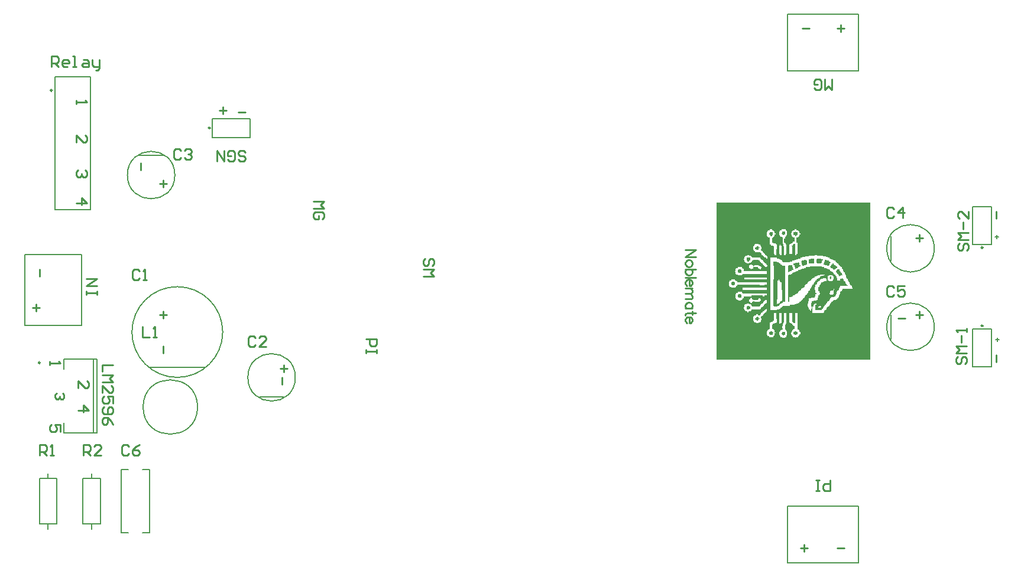
<source format=gbr>
%TF.GenerationSoftware,Altium Limited,Altium Designer,25.2.1 (25)*%
G04 Layer_Color=65535*
%FSLAX45Y45*%
%MOMM*%
%TF.SameCoordinates,46C3323E-FFC6-4886-B46B-F64B06BA1E65*%
%TF.FilePolarity,Positive*%
%TF.FileFunction,Legend,Top*%
%TF.Part,Single*%
G01*
G75*
%TA.AperFunction,NonConductor*%
%ADD32C,0.20000*%
%ADD33C,0.15000*%
%ADD34C,0.25000*%
%ADD35C,0.25400*%
%ADD36C,0.17780*%
%ADD37C,0.12700*%
G36*
X12245833Y2981250D02*
X10047916D01*
Y5231250D01*
X12245833D01*
Y2981250D01*
D02*
G37*
%LPC*%
G36*
X11193750Y4845834D02*
X11162500D01*
Y4835417D01*
X11141666D01*
Y4825000D01*
X11131250D01*
Y4814583D01*
X11120833D01*
Y4793750D01*
X11110416D01*
Y4772917D01*
X11120833D01*
Y4752083D01*
X11131250D01*
Y4741667D01*
X11141666D01*
Y4731250D01*
X11162500D01*
Y4668750D01*
X11141666D01*
Y4658333D01*
X11131250D01*
Y4647917D01*
X11110416D01*
Y4637500D01*
X11100000D01*
Y4627083D01*
X11089583D01*
Y4491667D01*
X11131250D01*
Y4606250D01*
X11120833D01*
Y4616667D01*
X11141666D01*
Y4627083D01*
X11152083D01*
Y4637500D01*
X11172916D01*
Y4481250D01*
X11193750D01*
Y4491667D01*
X11204167D01*
Y4658333D01*
X11193750D01*
Y4731250D01*
X11214583D01*
Y4741667D01*
X11225000D01*
Y4752083D01*
X11235416D01*
Y4772917D01*
X11245833D01*
Y4793750D01*
X11235416D01*
Y4814583D01*
X11225000D01*
Y4825000D01*
X11214583D01*
Y4835417D01*
X11193750D01*
Y4845834D01*
D02*
G37*
G36*
X11037500D02*
X10975000D01*
Y4835417D01*
X10954167D01*
Y4814583D01*
X10943750D01*
Y4762500D01*
X10954167D01*
Y4752083D01*
X10964583D01*
Y4741667D01*
X10985416D01*
Y4731250D01*
X10995833D01*
Y4637500D01*
X11006250D01*
Y4606250D01*
X11016666D01*
Y4481250D01*
X11037500D01*
Y4491667D01*
X11047916D01*
Y4627083D01*
X11037500D01*
Y4647917D01*
X11027083D01*
Y4658333D01*
X11016666D01*
Y4710417D01*
X11027083D01*
Y4741667D01*
X11037500D01*
Y4752083D01*
X11047916D01*
Y4762500D01*
X11058333D01*
Y4825000D01*
X11047916D01*
Y4835417D01*
X11037500D01*
Y4845834D01*
D02*
G37*
G36*
X10964583Y4627083D02*
X10954167D01*
Y4616667D01*
X10943750D01*
Y4491667D01*
X10954167D01*
Y4481250D01*
X10975000D01*
Y4616667D01*
X10964583D01*
Y4627083D01*
D02*
G37*
G36*
X10839583Y4845834D02*
X10808333D01*
Y4835417D01*
X10787500D01*
Y4825000D01*
X10777083D01*
Y4804167D01*
X10766666D01*
Y4752083D01*
X10777083D01*
Y4741667D01*
X10787500D01*
Y4731250D01*
X10808333D01*
Y4627083D01*
X10829167D01*
Y4616667D01*
X10860416D01*
Y4606250D01*
X10870833D01*
Y4491667D01*
X10881250D01*
Y4481250D01*
X10902083D01*
Y4564583D01*
X10912500D01*
Y4627083D01*
X10902083D01*
Y4637500D01*
X10891666D01*
Y4647917D01*
X10860416D01*
Y4658333D01*
X10839583D01*
Y4720834D01*
X10850000D01*
Y4731250D01*
X10860416D01*
Y4741667D01*
X10870833D01*
Y4752083D01*
X10881250D01*
Y4772917D01*
X10891666D01*
Y4793750D01*
X10881250D01*
Y4814583D01*
X10870833D01*
Y4825000D01*
X10860416D01*
Y4835417D01*
X10839583D01*
Y4845834D01*
D02*
G37*
G36*
X10652083Y4637500D02*
X10600000D01*
Y4627083D01*
X10589583D01*
Y4616667D01*
X10579167D01*
Y4606250D01*
X10568750D01*
Y4554167D01*
X10579167D01*
Y4533333D01*
X10600000D01*
Y4522917D01*
X10672916D01*
Y4512500D01*
X10683333D01*
Y4502083D01*
X10693750D01*
Y4481250D01*
X10704167D01*
Y4470834D01*
X10714583D01*
Y4460417D01*
X10725000D01*
Y4450000D01*
X10735416D01*
Y4439583D01*
X10756250D01*
Y4429167D01*
X10777083D01*
Y4460417D01*
X10766666D01*
Y4470834D01*
X10756250D01*
Y4481250D01*
X10745833D01*
Y4491667D01*
X10735416D01*
Y4502083D01*
X10725000D01*
Y4512500D01*
X10714583D01*
Y4522917D01*
X10704167D01*
Y4533333D01*
X10693750D01*
Y4543750D01*
X10683333D01*
Y4564583D01*
X10693750D01*
Y4595834D01*
X10683333D01*
Y4616667D01*
X10672916D01*
Y4627083D01*
X10652083D01*
Y4637500D01*
D02*
G37*
G36*
X11485416Y4481250D02*
X11454167D01*
Y4470834D01*
X11370833D01*
Y4460417D01*
X11318750D01*
Y4450000D01*
X11277083D01*
Y4439583D01*
X11245833D01*
Y4429167D01*
X11214583D01*
Y4418750D01*
X11193750D01*
Y4408333D01*
X11162500D01*
Y4397917D01*
X11131250D01*
Y4387500D01*
X11100000D01*
Y4377083D01*
X10995833D01*
Y4387500D01*
X10985416D01*
Y4397917D01*
X10975000D01*
Y4408333D01*
X10964583D01*
Y4418750D01*
X10943750D01*
Y4429167D01*
X10912500D01*
Y4439583D01*
X10818750D01*
Y3689583D01*
X10912500D01*
Y3700000D01*
X10943750D01*
Y3710417D01*
X10964583D01*
Y3720834D01*
X10975000D01*
Y3731250D01*
X10985416D01*
Y3741667D01*
X10995833D01*
Y3752083D01*
X11100000D01*
Y3762500D01*
X11162500D01*
Y3772917D01*
X11193750D01*
Y3783333D01*
X11214583D01*
Y3793750D01*
X11235416D01*
Y3804167D01*
X11245833D01*
Y3814583D01*
X11256250D01*
Y3825000D01*
X11266666D01*
Y3835417D01*
X11277083D01*
Y3845834D01*
X11287500D01*
Y3856250D01*
X11297916D01*
Y3866667D01*
X11308333D01*
Y3887500D01*
X11318750D01*
Y3897917D01*
X11329167D01*
Y3908333D01*
X11339583D01*
Y3929167D01*
X11350000D01*
Y3939583D01*
X11360416D01*
Y3960417D01*
X11370833D01*
Y3970834D01*
X11381250D01*
Y3991667D01*
X11391666D01*
Y4002083D01*
X11402083D01*
Y4022917D01*
X11412500D01*
Y4033333D01*
X11422916D01*
Y4054167D01*
X11433333D01*
Y4075000D01*
X11443750D01*
Y4085417D01*
X11454167D01*
Y4095834D01*
X11464583D01*
Y4116667D01*
X11475000D01*
Y4127083D01*
X11485416D01*
Y4137500D01*
X11506250D01*
Y4147917D01*
X11516666D01*
Y4158333D01*
X11527083D01*
Y4168750D01*
X11547916D01*
Y4179167D01*
X11579167D01*
Y4189583D01*
X11600000D01*
Y4200000D01*
X11527083D01*
Y4189583D01*
X11495833D01*
Y4179167D01*
X11475000D01*
Y4168750D01*
X11454167D01*
Y4158333D01*
X11433333D01*
Y4147917D01*
X11422916D01*
Y4137500D01*
X11412500D01*
Y4127083D01*
X11402083D01*
Y4116667D01*
X11381250D01*
Y4106250D01*
X11370833D01*
Y4095834D01*
X11360416D01*
Y4085417D01*
X11350000D01*
Y4075000D01*
X11339583D01*
Y4064583D01*
X11329167D01*
Y4054167D01*
X11318750D01*
Y4043750D01*
X11308333D01*
Y4022917D01*
X11297916D01*
Y4012500D01*
X11287500D01*
Y4002083D01*
X11266666D01*
Y3991667D01*
X11256250D01*
Y3981250D01*
X11245833D01*
Y3970834D01*
X11235416D01*
Y3960417D01*
X11225000D01*
Y3950000D01*
X11214583D01*
Y3939583D01*
X11204167D01*
Y3929167D01*
X11193750D01*
Y3918750D01*
X11172916D01*
Y3908333D01*
X11162500D01*
Y3897917D01*
X11141666D01*
Y3887500D01*
X11120833D01*
Y3877083D01*
X11089583D01*
Y3804167D01*
X11068750D01*
Y4189583D01*
X11079167D01*
Y4200000D01*
X11110416D01*
Y4210417D01*
X11131250D01*
Y4220834D01*
X11152083D01*
Y4231250D01*
X11172916D01*
Y4241667D01*
X11193750D01*
Y4252083D01*
X11214583D01*
Y4262500D01*
X11245833D01*
Y4272917D01*
X11266666D01*
Y4283333D01*
X11297916D01*
Y4293750D01*
X11329167D01*
Y4304167D01*
X11381250D01*
Y4314583D01*
X11558333D01*
Y4304167D01*
X11589583D01*
Y4293750D01*
X11620833D01*
Y4283333D01*
X11641666D01*
Y4272917D01*
X11662500D01*
Y4262500D01*
X11672916D01*
Y4252083D01*
X11693750D01*
Y4241667D01*
X11704167D01*
Y4231250D01*
X11714583D01*
Y4220834D01*
X11725000D01*
Y4210417D01*
X11735416D01*
Y4200000D01*
X11745833D01*
Y4179167D01*
X11756250D01*
Y4168750D01*
X11766666D01*
Y4147917D01*
X11777083D01*
Y4116667D01*
X11818750D01*
Y4137500D01*
X11839583D01*
Y4147917D01*
X11850000D01*
Y4137500D01*
X11860416D01*
Y4127083D01*
X11870833D01*
Y4106250D01*
X11881250D01*
Y4095834D01*
X11891666D01*
Y4075000D01*
X11902083D01*
Y4064583D01*
X11912500D01*
Y4043750D01*
X11922916D01*
Y4033333D01*
X11818750D01*
Y4022917D01*
X11808333D01*
Y4002083D01*
X11797916D01*
Y3981250D01*
X11787500D01*
Y3970834D01*
X11777083D01*
Y3950000D01*
X11766666D01*
Y3918750D01*
X11756250D01*
Y3897917D01*
X11745833D01*
Y3887500D01*
X11735416D01*
Y3877083D01*
X11693750D01*
Y3866667D01*
X11683333D01*
Y3856250D01*
X11672916D01*
Y3845834D01*
X11662500D01*
Y3825000D01*
X11652083D01*
Y3814583D01*
X11641666D01*
Y3804167D01*
X11631250D01*
Y3793750D01*
X11620833D01*
Y3783333D01*
X11610416D01*
Y3762500D01*
X11600000D01*
Y3752083D01*
X11589583D01*
Y3741667D01*
X11579167D01*
Y3720834D01*
X11568750D01*
Y3710417D01*
X11558333D01*
Y3689583D01*
X11464583D01*
Y3762500D01*
X11475000D01*
Y3783333D01*
X11454167D01*
Y3772917D01*
X11443750D01*
Y3762500D01*
X11433333D01*
Y3741667D01*
X11422916D01*
Y3647917D01*
X11579167D01*
Y3658333D01*
X11589583D01*
Y3679167D01*
X11600000D01*
Y3689583D01*
X11610416D01*
Y3700000D01*
X11620833D01*
Y3720834D01*
X11631250D01*
Y3731250D01*
X11641666D01*
Y3741667D01*
X11652083D01*
Y3752083D01*
X11662500D01*
Y3762500D01*
X11672916D01*
Y3783333D01*
X11683333D01*
Y3793750D01*
X11693750D01*
Y3804167D01*
X11704167D01*
Y3814583D01*
X11714583D01*
Y3825000D01*
X11725000D01*
Y3835417D01*
X11756250D01*
Y3845834D01*
X11777083D01*
Y3856250D01*
X11787500D01*
Y3877083D01*
X11797916D01*
Y3897917D01*
X11808333D01*
Y3918750D01*
X11818750D01*
Y3950000D01*
X11829167D01*
Y3960417D01*
X11839583D01*
Y3981250D01*
X11850000D01*
Y3991667D01*
X11995833D01*
Y4012500D01*
X11985416D01*
Y4033333D01*
X11975000D01*
Y4043750D01*
X11964583D01*
Y4064583D01*
X11954167D01*
Y4085417D01*
X11943750D01*
Y4095834D01*
X11933333D01*
Y4116667D01*
X11922916D01*
Y4137500D01*
X11912500D01*
Y4158333D01*
X11902083D01*
Y4189583D01*
X11891666D01*
Y4210417D01*
X11881250D01*
Y4231250D01*
X11870833D01*
Y4252083D01*
X11860416D01*
Y4272917D01*
X11850000D01*
Y4283333D01*
X11839583D01*
Y4304167D01*
X11829167D01*
Y4314583D01*
X11818750D01*
Y4325000D01*
X11808333D01*
Y4335417D01*
X11797916D01*
Y4345834D01*
X11787500D01*
Y4356250D01*
X11777083D01*
Y4366667D01*
X11766666D01*
Y4377083D01*
X11756250D01*
Y4387500D01*
X11745833D01*
Y4397917D01*
X11725000D01*
Y4408333D01*
X11704167D01*
Y4418750D01*
X11683333D01*
Y4429167D01*
X11662500D01*
Y4439583D01*
X11641666D01*
Y4450000D01*
X11610416D01*
Y4460417D01*
X11568750D01*
Y4470834D01*
X11485416D01*
Y4481250D01*
D02*
G37*
G36*
X10516666D02*
X10485416D01*
Y4470834D01*
X10464583D01*
Y4460417D01*
X10454167D01*
Y4450000D01*
X10443750D01*
Y4429167D01*
X10433333D01*
Y4408333D01*
X10443750D01*
Y4387500D01*
X10454167D01*
Y4377083D01*
X10464583D01*
Y4366667D01*
X10475000D01*
Y4356250D01*
X10516666D01*
Y4366667D01*
X10537500D01*
Y4377083D01*
X10547916D01*
Y4387500D01*
X10558333D01*
Y4397917D01*
X10568750D01*
Y4408333D01*
X10652083D01*
Y4397917D01*
X10662500D01*
Y4387500D01*
X10672916D01*
Y4377083D01*
X10683333D01*
Y4366667D01*
X10693750D01*
Y4356250D01*
X10704167D01*
Y4345834D01*
X10714583D01*
Y4335417D01*
X10725000D01*
Y4325000D01*
X10735416D01*
Y4314583D01*
X10745833D01*
Y4304167D01*
X10766666D01*
Y4314583D01*
X10777083D01*
Y4335417D01*
X10766666D01*
Y4345834D01*
X10756250D01*
Y4356250D01*
X10745833D01*
Y4366667D01*
X10735416D01*
Y4377083D01*
X10725000D01*
Y4387500D01*
X10714583D01*
Y4397917D01*
X10704167D01*
Y4408333D01*
X10693750D01*
Y4418750D01*
X10683333D01*
Y4429167D01*
X10672916D01*
Y4439583D01*
X10558333D01*
Y4450000D01*
X10547916D01*
Y4460417D01*
X10537500D01*
Y4470834D01*
X10516666D01*
Y4481250D01*
D02*
G37*
G36*
X10558333Y4345834D02*
X10527083D01*
Y4335417D01*
X10516666D01*
Y4293750D01*
X10527083D01*
Y4283333D01*
X10537500D01*
Y4272917D01*
X10547916D01*
Y4283333D01*
X10568750D01*
Y4304167D01*
X10641666D01*
Y4293750D01*
X10652083D01*
Y4283333D01*
X10662500D01*
Y4272917D01*
X10683333D01*
Y4293750D01*
X10693750D01*
Y4304167D01*
X10683333D01*
Y4314583D01*
X10662500D01*
Y4325000D01*
X10652083D01*
Y4335417D01*
X10589583D01*
Y4325000D01*
X10579167D01*
Y4314583D01*
X10568750D01*
Y4335417D01*
X10558333D01*
Y4345834D01*
D02*
G37*
G36*
X10412500Y4304167D02*
X10350000D01*
Y4293750D01*
X10329167D01*
Y4283333D01*
X10318750D01*
Y4252083D01*
X10308333D01*
Y4241667D01*
X10318750D01*
Y4210417D01*
X10329167D01*
Y4200000D01*
X10350000D01*
Y4189583D01*
X10412500D01*
Y4200000D01*
X10422916D01*
Y4210417D01*
X10766666D01*
Y4252083D01*
X10433333D01*
Y4283333D01*
X10422916D01*
Y4293750D01*
X10412500D01*
Y4304167D01*
D02*
G37*
G36*
X10766666Y4158333D02*
X10443750D01*
Y4127083D01*
X10766666D01*
Y4158333D01*
D02*
G37*
G36*
X11704167Y4189583D02*
X11652083D01*
Y4179167D01*
X11641666D01*
Y4116667D01*
X11652083D01*
Y4106250D01*
X11704167D01*
Y4116667D01*
X11714583D01*
Y4127083D01*
X11725000D01*
Y4168750D01*
X11714583D01*
Y4179167D01*
X11704167D01*
Y4189583D01*
D02*
G37*
G36*
X10308333Y4127083D02*
X10256250D01*
Y4116667D01*
X10235416D01*
Y4095834D01*
X10225000D01*
Y4033333D01*
X10235416D01*
Y4022917D01*
X10256250D01*
Y4012500D01*
X10318750D01*
Y4022917D01*
X10329167D01*
Y4033333D01*
X10339583D01*
Y4054167D01*
X10662500D01*
Y4043750D01*
X10735416D01*
Y4054167D01*
X10766666D01*
Y4085417D01*
X10339583D01*
Y4106250D01*
X10329167D01*
Y4116667D01*
X10308333D01*
Y4127083D01*
D02*
G37*
G36*
X11735416Y3991667D02*
X11725000D01*
Y3981250D01*
X11735416D01*
Y3991667D01*
D02*
G37*
G36*
X10766666Y4012500D02*
X10422916D01*
Y3981250D01*
X10766666D01*
Y4012500D01*
D02*
G37*
G36*
X11725000Y3981250D02*
X11714583D01*
Y3970834D01*
X11683333D01*
Y3960417D01*
X11672916D01*
Y3939583D01*
X11662500D01*
Y3918750D01*
X11672916D01*
Y3908333D01*
X11714583D01*
Y3918750D01*
X11725000D01*
Y3981250D01*
D02*
G37*
G36*
X10412500Y3950000D02*
X10350000D01*
Y3939583D01*
X10329167D01*
Y3918750D01*
X10318750D01*
Y3856250D01*
X10329167D01*
Y3845834D01*
X10339583D01*
Y3835417D01*
X10360416D01*
Y3825000D01*
X10391666D01*
Y3835417D01*
X10412500D01*
Y3845834D01*
X10422916D01*
Y3856250D01*
X10433333D01*
Y3887500D01*
X10547916D01*
Y3897917D01*
X10704167D01*
Y3887500D01*
X10735416D01*
Y3897917D01*
X10766666D01*
Y3929167D01*
X10422916D01*
Y3939583D01*
X10412500D01*
Y3950000D01*
D02*
G37*
G36*
X10547916Y3866667D02*
X10537500D01*
Y3856250D01*
X10527083D01*
Y3845834D01*
X10516666D01*
Y3804167D01*
X10527083D01*
Y3793750D01*
X10558333D01*
Y3804167D01*
X10568750D01*
Y3814583D01*
X10589583D01*
Y3804167D01*
X10662500D01*
Y3814583D01*
X10672916D01*
Y3825000D01*
X10683333D01*
Y3845834D01*
X10672916D01*
Y3856250D01*
X10652083D01*
Y3845834D01*
X10641666D01*
Y3835417D01*
X10568750D01*
Y3845834D01*
X10558333D01*
Y3856250D01*
X10547916D01*
Y3866667D01*
D02*
G37*
G36*
X10766666Y3835417D02*
X10745833D01*
Y3825000D01*
X10735416D01*
Y3814583D01*
X10725000D01*
Y3804167D01*
X10714583D01*
Y3793750D01*
X10704167D01*
Y3783333D01*
X10693750D01*
Y3772917D01*
X10683333D01*
Y3762500D01*
X10672916D01*
Y3752083D01*
X10662500D01*
Y3741667D01*
X10558333D01*
Y3752083D01*
X10547916D01*
Y3762500D01*
X10537500D01*
Y3772917D01*
X10516666D01*
Y3783333D01*
X10475000D01*
Y3772917D01*
X10454167D01*
Y3762500D01*
X10443750D01*
Y3731250D01*
X10433333D01*
Y3710417D01*
X10443750D01*
Y3689583D01*
X10454167D01*
Y3679167D01*
X10464583D01*
Y3668750D01*
X10485416D01*
Y3658333D01*
X10506250D01*
Y3668750D01*
X10537500D01*
Y3679167D01*
X10547916D01*
Y3700000D01*
X10672916D01*
Y3710417D01*
X10683333D01*
Y3720834D01*
X10693750D01*
Y3731250D01*
X10704167D01*
Y3741667D01*
X10714583D01*
Y3752083D01*
X10725000D01*
Y3762500D01*
X10735416D01*
Y3772917D01*
X10745833D01*
Y3783333D01*
X10756250D01*
Y3793750D01*
X10766666D01*
Y3835417D01*
D02*
G37*
G36*
X11537500Y3752083D02*
X11516666D01*
Y3741667D01*
X11506250D01*
Y3720834D01*
X11537500D01*
Y3731250D01*
X11547916D01*
Y3741667D01*
X11537500D01*
Y3752083D01*
D02*
G37*
G36*
X11610416Y4147917D02*
X11568750D01*
Y4137500D01*
X11547916D01*
Y4127083D01*
X11527083D01*
Y4116667D01*
X11516666D01*
Y4106250D01*
X11506250D01*
Y4095834D01*
X11495833D01*
Y4085417D01*
X11485416D01*
Y4064583D01*
X11475000D01*
Y4054167D01*
X11464583D01*
Y4022917D01*
X11454167D01*
Y3981250D01*
X11464583D01*
Y3939583D01*
X11475000D01*
Y3918750D01*
X11464583D01*
Y3887500D01*
X11454167D01*
Y3866667D01*
X11402083D01*
Y3856250D01*
X11370833D01*
Y3814583D01*
X11360416D01*
Y3783333D01*
X11350000D01*
Y3741667D01*
X11360416D01*
Y3720834D01*
X11370833D01*
Y3700000D01*
X11381250D01*
Y3679167D01*
X11402083D01*
Y3710417D01*
X11412500D01*
Y3741667D01*
X11402083D01*
Y3793750D01*
X11412500D01*
Y3814583D01*
X11433333D01*
Y3825000D01*
X11475000D01*
Y3835417D01*
X11495833D01*
Y3866667D01*
X11506250D01*
Y3897917D01*
X11516666D01*
Y3918750D01*
X11527083D01*
Y3939583D01*
X11516666D01*
Y3960417D01*
X11506250D01*
Y4022917D01*
X11516666D01*
Y4043750D01*
X11527083D01*
Y4054167D01*
X11537500D01*
Y4075000D01*
X11547916D01*
Y4085417D01*
X11568750D01*
Y4095834D01*
X11589583D01*
Y4106250D01*
X11620833D01*
Y4137500D01*
X11610416D01*
Y4147917D01*
D02*
G37*
G36*
X10766666Y3710417D02*
X10756250D01*
Y3700000D01*
X10745833D01*
Y3689583D01*
X10735416D01*
Y3679167D01*
X10725000D01*
Y3668750D01*
X10704167D01*
Y3658333D01*
X10693750D01*
Y3647917D01*
X10683333D01*
Y3627083D01*
X10672916D01*
Y3616667D01*
X10641666D01*
Y3627083D01*
X10610416D01*
Y3616667D01*
X10589583D01*
Y3606250D01*
X10579167D01*
Y3595834D01*
X10568750D01*
Y3533333D01*
X10579167D01*
Y3522917D01*
X10589583D01*
Y3512500D01*
X10610416D01*
Y3502083D01*
X10652083D01*
Y3512500D01*
X10672916D01*
Y3522917D01*
X10683333D01*
Y3543750D01*
X10693750D01*
Y3575000D01*
X10683333D01*
Y3595834D01*
X10693750D01*
Y3606250D01*
X10704167D01*
Y3616667D01*
X10714583D01*
Y3627083D01*
X10725000D01*
Y3637500D01*
X10735416D01*
Y3647917D01*
X10745833D01*
Y3658333D01*
X10756250D01*
Y3668750D01*
X10766666D01*
Y3710417D01*
D02*
G37*
G36*
X11204167Y3647917D02*
X11172916D01*
Y3502083D01*
X11152083D01*
Y3512500D01*
X11141666D01*
Y3522917D01*
X11131250D01*
Y3647917D01*
X11089583D01*
Y3512500D01*
X11100000D01*
Y3502083D01*
X11110416D01*
Y3491667D01*
X11131250D01*
Y3481250D01*
X11141666D01*
Y3470834D01*
X11152083D01*
Y3460417D01*
X11162500D01*
Y3418750D01*
X11152083D01*
Y3408333D01*
X11141666D01*
Y3397917D01*
X11131250D01*
Y3387500D01*
X11120833D01*
Y3366667D01*
X11110416D01*
Y3345834D01*
X11120833D01*
Y3325000D01*
X11131250D01*
Y3314583D01*
X11141666D01*
Y3304167D01*
X11172916D01*
Y3293750D01*
X11183333D01*
Y3304167D01*
X11214583D01*
Y3314583D01*
X11225000D01*
Y3325000D01*
X11235416D01*
Y3345834D01*
X11245833D01*
Y3377083D01*
X11235416D01*
Y3397917D01*
X11225000D01*
Y3408333D01*
X11204167D01*
Y3647917D01*
D02*
G37*
G36*
X10975000D02*
X10943750D01*
Y3491667D01*
X10964583D01*
Y3502083D01*
X10975000D01*
Y3647917D01*
D02*
G37*
G36*
X10902083D02*
X10870833D01*
Y3533333D01*
X10850000D01*
Y3522917D01*
X10829167D01*
Y3512500D01*
X10808333D01*
Y3418750D01*
X10797916D01*
Y3408333D01*
X10787500D01*
Y3397917D01*
X10777083D01*
Y3387500D01*
X10766666D01*
Y3335417D01*
X10777083D01*
Y3314583D01*
X10797916D01*
Y3304167D01*
X10860416D01*
Y3314583D01*
X10870833D01*
Y3325000D01*
X10881250D01*
Y3356250D01*
X10891666D01*
Y3366667D01*
X10881250D01*
Y3397917D01*
X10870833D01*
Y3408333D01*
X10860416D01*
Y3418750D01*
X10839583D01*
Y3481250D01*
X10850000D01*
Y3491667D01*
X10881250D01*
Y3502083D01*
X10902083D01*
Y3512500D01*
X10912500D01*
Y3564583D01*
X10902083D01*
Y3647917D01*
D02*
G37*
G36*
X11047916D02*
X11016666D01*
Y3512500D01*
X11006250D01*
Y3491667D01*
X10995833D01*
Y3460417D01*
X10985416D01*
Y3429167D01*
X10995833D01*
Y3408333D01*
X10975000D01*
Y3397917D01*
X10964583D01*
Y3387500D01*
X10954167D01*
Y3377083D01*
X10943750D01*
Y3335417D01*
X10954167D01*
Y3314583D01*
X10964583D01*
Y3304167D01*
X10985416D01*
Y3293750D01*
X11027083D01*
Y3304167D01*
X11047916D01*
Y3325000D01*
X11058333D01*
Y3387500D01*
X11047916D01*
Y3397917D01*
X11037500D01*
Y3408333D01*
X11027083D01*
Y3481250D01*
X11037500D01*
Y3491667D01*
X11047916D01*
Y3647917D01*
D02*
G37*
%LPD*%
G36*
X11183333Y4804167D02*
X11204167D01*
Y4793750D01*
Y4762500D01*
X11193750D01*
Y4752083D01*
X11172916D01*
Y4762500D01*
X11152083D01*
Y4804167D01*
X11172916D01*
Y4814583D01*
X11183333D01*
Y4804167D01*
D02*
G37*
G36*
X11027083Y4772917D02*
X11016667D01*
Y4762500D01*
X10995833D01*
Y4772917D01*
X10985416D01*
Y4783333D01*
X10975000D01*
Y4793750D01*
X10985416D01*
Y4804167D01*
Y4814583D01*
X11027083D01*
Y4772917D01*
D02*
G37*
G36*
X10850000Y4762500D02*
X10839583D01*
Y4752083D01*
X10818750D01*
Y4762500D01*
X10808333D01*
Y4772917D01*
X10797916D01*
Y4783333D01*
Y4793750D01*
X10808333D01*
Y4804167D01*
X10850000D01*
Y4762500D01*
D02*
G37*
G36*
X10652083Y4585417D02*
X10662500D01*
Y4575000D01*
X10652083D01*
Y4554167D01*
X10610416D01*
Y4564583D01*
X10600000D01*
Y4585417D01*
X10610416D01*
Y4595833D01*
X10620833D01*
Y4606250D01*
X10652083D01*
Y4585417D01*
D02*
G37*
G36*
X11547916Y4418750D02*
X11568750D01*
Y4397917D01*
X11558333D01*
Y4366667D01*
X11547916D01*
Y4356250D01*
X11485416D01*
Y4366667D01*
X11475000D01*
Y4418750D01*
X11485416D01*
Y4429167D01*
X11547916D01*
Y4418750D01*
D02*
G37*
G36*
X11443750Y4356250D02*
X11370833D01*
Y4418750D01*
X11391667D01*
Y4429167D01*
X11443750D01*
Y4356250D01*
D02*
G37*
G36*
X11620833Y4397917D02*
X11652083D01*
Y4387500D01*
X11672916D01*
Y4377083D01*
X11683333D01*
Y4366667D01*
X11672916D01*
Y4356250D01*
X11662500D01*
Y4335417D01*
X11652083D01*
Y4325000D01*
X11631250D01*
Y4335417D01*
X11600000D01*
Y4345833D01*
X11579167D01*
Y4356250D01*
X11589583D01*
Y4387500D01*
X11600000D01*
Y4408333D01*
X11620833D01*
Y4397917D01*
D02*
G37*
G36*
X11329167D02*
X11339583D01*
Y4345833D01*
X11329167D01*
Y4335417D01*
X11297916D01*
Y4325000D01*
X11277083D01*
Y4345833D01*
X11266667D01*
Y4377083D01*
X11256250D01*
Y4387500D01*
X11266667D01*
Y4397917D01*
X11297916D01*
Y4408333D01*
X11329167D01*
Y4397917D01*
D02*
G37*
G36*
X11225000Y4366667D02*
X11235416D01*
Y4335417D01*
X11245833D01*
Y4314583D01*
X11235416D01*
Y4304167D01*
X11214583D01*
Y4293750D01*
X11193750D01*
Y4283333D01*
X11172916D01*
Y4304167D01*
X11162500D01*
Y4335417D01*
X11152083D01*
Y4356250D01*
X11172916D01*
Y4366667D01*
X11214583D01*
Y4377083D01*
X11225000D01*
Y4366667D01*
D02*
G37*
G36*
X11725000Y4345833D02*
X11735416D01*
Y4335417D01*
X11745833D01*
Y4325000D01*
X11756250D01*
Y4314583D01*
X11777083D01*
Y4293750D01*
X11756250D01*
Y4283333D01*
X11745833D01*
Y4272917D01*
X11735416D01*
Y4262500D01*
X11725000D01*
Y4272917D01*
X11714583D01*
Y4283333D01*
X11704167D01*
Y4293750D01*
X11683333D01*
Y4304167D01*
X11672916D01*
Y4314583D01*
X11683333D01*
Y4325000D01*
X11693750D01*
Y4345833D01*
X11704167D01*
Y4356250D01*
X11725000D01*
Y4345833D01*
D02*
G37*
G36*
X11131250Y4304167D02*
X11141667D01*
Y4283333D01*
X11152083D01*
Y4262500D01*
X11120833D01*
Y4252083D01*
X11100000D01*
Y4241667D01*
X11079167D01*
Y4231250D01*
X11068750D01*
Y4262500D01*
Y4272917D01*
Y4325000D01*
X11079167D01*
Y4335417D01*
X11131250D01*
Y4304167D01*
D02*
G37*
G36*
X11808333Y4252083D02*
X11818750D01*
Y4241667D01*
X11829167D01*
Y4220833D01*
X11839583D01*
Y4200000D01*
X11850000D01*
Y4189583D01*
X11829167D01*
Y4179167D01*
X11808333D01*
Y4168750D01*
X11797916D01*
Y4189583D01*
X11787500D01*
Y4210417D01*
X11777083D01*
Y4220833D01*
X11766667D01*
Y4231250D01*
X11756250D01*
Y4252083D01*
X11766667D01*
Y4262500D01*
X11777083D01*
Y4272917D01*
X11808333D01*
Y4252083D01*
D02*
G37*
G36*
X10912500Y4377083D02*
X10933333D01*
Y4366667D01*
X10943750D01*
Y4356250D01*
X10964583D01*
Y4345833D01*
X10975000D01*
Y4335417D01*
X10985416D01*
Y4325000D01*
X11027083D01*
Y3804167D01*
X10995833D01*
Y3793750D01*
X10975000D01*
Y3783333D01*
X10964583D01*
Y3772917D01*
X10954167D01*
Y3762500D01*
X10943750D01*
Y3752083D01*
X10922916D01*
Y3741667D01*
X10870833D01*
Y3752083D01*
X10860416D01*
Y4127083D01*
X10870833D01*
Y4325000D01*
X10860416D01*
Y4387500D01*
X10912500D01*
Y4377083D01*
D02*
G37*
%LPC*%
G36*
X10943750Y4127083D02*
X10933333D01*
Y4116667D01*
X10922916D01*
Y3845834D01*
X10912500D01*
Y3772917D01*
X10922916D01*
Y3783333D01*
X10943750D01*
Y3793750D01*
X10954167D01*
Y3804167D01*
X10964583D01*
Y3814583D01*
X10975000D01*
Y3825000D01*
X10985416D01*
Y3981250D01*
X10975000D01*
Y4085417D01*
X10964583D01*
Y4095834D01*
X10954167D01*
Y4116667D01*
X10943750D01*
Y4127083D01*
D02*
G37*
%LPD*%
G36*
X10527083Y4397917D02*
X10516667D01*
Y4387500D01*
X10485416D01*
Y4397917D01*
X10475000D01*
Y4408333D01*
Y4439583D01*
X10527083D01*
Y4397917D01*
D02*
G37*
G36*
X10391667Y4262500D02*
X10402083D01*
Y4231250D01*
Y4220833D01*
X10360416D01*
Y4231250D01*
X10350000D01*
Y4262500D01*
X10360416D01*
Y4272917D01*
X10391667D01*
Y4262500D01*
D02*
G37*
G36*
X11693750Y4137500D02*
X11683333D01*
Y4127083D01*
X11672916D01*
Y4147917D01*
X11662500D01*
Y4158333D01*
X11672916D01*
Y4168750D01*
X11693750D01*
Y4137500D01*
D02*
G37*
G36*
X10297916Y4085417D02*
X10308333D01*
Y4054167D01*
X10297916D01*
Y4043750D01*
X10266667D01*
Y4054167D01*
X10256250D01*
Y4064583D01*
Y4075000D01*
Y4085417D01*
X10266667D01*
Y4095833D01*
X10297916D01*
Y4085417D01*
D02*
G37*
G36*
X10391667Y3908333D02*
X10402083D01*
Y3866667D01*
X10360416D01*
Y3877083D01*
X10350000D01*
Y3908333D01*
X10360416D01*
Y3918750D01*
X10391667D01*
Y3908333D01*
D02*
G37*
G36*
X10516667Y3741667D02*
X10527083D01*
Y3710417D01*
X10516667D01*
Y3700000D01*
X10475000D01*
Y3741667D01*
X10485416D01*
Y3752083D01*
X10516667D01*
Y3741667D01*
D02*
G37*
G36*
X10641667Y3585417D02*
X10652083D01*
Y3575000D01*
X10662500D01*
Y3564583D01*
X10652083D01*
Y3543750D01*
X10641667D01*
Y3533333D01*
X10620833D01*
Y3543750D01*
X10610416D01*
Y3554167D01*
X10600000D01*
Y3575000D01*
X10610416D01*
Y3585417D01*
X10631250D01*
Y3595833D01*
X10641667D01*
Y3585417D01*
D02*
G37*
G36*
X11193750Y3377083D02*
X11204167D01*
Y3345833D01*
X11193750D01*
Y3335417D01*
X11162500D01*
Y3345833D01*
X11152083D01*
Y3356250D01*
Y3366667D01*
Y3377083D01*
X11162500D01*
Y3387500D01*
X11193750D01*
Y3377083D01*
D02*
G37*
G36*
X10839583D02*
X10850000D01*
Y3366667D01*
X10860416D01*
Y3356250D01*
X10850000D01*
Y3335417D01*
X10808333D01*
Y3345833D01*
X10797916D01*
Y3377083D01*
X10818750D01*
Y3387500D01*
X10839583D01*
Y3377083D01*
D02*
G37*
G36*
X11027083Y3335417D02*
X11016667D01*
Y3325000D01*
X10995833D01*
Y3335417D01*
X10985416D01*
Y3345833D01*
X10975000D01*
Y3356250D01*
X10985416D01*
Y3377083D01*
X11027083D01*
Y3335417D01*
D02*
G37*
D32*
X2615000Y2300000D02*
G03*
X2615000Y2300000I-390000J0D01*
G01*
X1775000Y5905000D02*
X2125000D01*
X1123000Y1925000D02*
Y2985000D01*
X703000Y1925000D02*
Y2069600D01*
Y2840400D02*
Y2985000D01*
Y1925000D02*
X1173000D01*
X703000Y2985000D02*
X1173000D01*
Y1925000D02*
Y2985000D01*
X3367000Y6165500D02*
Y6434500D01*
X2829000D02*
X3367000D01*
X2829000Y6165500D02*
Y6434500D01*
Y6165500D02*
X3367000D01*
X13715500Y5169000D02*
X13984500D01*
X13715500Y4631000D02*
Y5169000D01*
Y4631000D02*
X13984500D01*
Y5169000D01*
X13715500Y2881000D02*
X13984500D01*
Y3419000D01*
X13715500D02*
X13984500D01*
X13715500Y2881000D02*
Y3419000D01*
X954976Y3467008D02*
Y4482999D01*
X144990Y3467008D02*
Y4483008D01*
X954986D01*
X144990Y3467008D02*
X954976D01*
X11067008Y7120023D02*
X12082999D01*
X11067008Y7930010D02*
X12083008D01*
Y7120014D02*
Y7930010D01*
X11067008Y7120023D02*
Y7930010D01*
X11063001Y879977D02*
X12078992D01*
X11062992Y69990D02*
X12078992D01*
X11062992D02*
Y879986D01*
X12078992Y69990D02*
Y879977D01*
X1100000Y552500D02*
Y625000D01*
Y1275000D02*
Y1347500D01*
X975000Y1275000D02*
X1225000D01*
X975000Y625000D02*
Y1275000D01*
Y625000D02*
X1225000D01*
Y1275000D01*
X12545000Y3275000D02*
Y3625000D01*
Y4400000D02*
Y4750000D01*
X571000Y5126500D02*
Y7031500D01*
Y5126500D02*
X1079000D01*
Y7031500D01*
X571000D02*
X1079000D01*
X1827500Y1400000D02*
X1925000D01*
X1525000D02*
X1622500D01*
X1525000Y500000D02*
Y1400000D01*
X1827500Y500000D02*
X1925000D01*
X1525000D02*
X1622500D01*
X1925000D02*
Y1400000D01*
X475000Y1275000D02*
Y1347500D01*
Y552500D02*
Y625000D01*
X350000D02*
X600000D01*
Y1275000D01*
X350000D02*
X600000D01*
X350000Y625000D02*
Y1275000D01*
X1925000Y2872500D02*
X2725000D01*
X3500000Y2445000D02*
X3850000D01*
D33*
X2290000Y5625000D02*
G03*
X2290000Y5625000I-340000J0D01*
G01*
X13164999Y3450000D02*
G03*
X13164999Y3450000I-340000J0D01*
G01*
Y4575000D02*
G03*
X13164999Y4575000I-340000J0D01*
G01*
X2975000Y3375000D02*
G03*
X2975000Y3375000I-650000J0D01*
G01*
X4015000Y2725000D02*
G03*
X4015000Y2725000I-340000J0D01*
G01*
D34*
X362500Y2935000D02*
G03*
X362500Y2935000I-12500J0D01*
G01*
X2796500Y6300000D02*
G03*
X2796500Y6300000I-12500J0D01*
G01*
X13862500Y4586000D02*
G03*
X13862500Y4586000I-12500J0D01*
G01*
Y3464000D02*
G03*
X13862500Y3464000I-12500J0D01*
G01*
X533500Y6841000D02*
G03*
X533500Y6841000I-12500J0D01*
G01*
D35*
X900400Y2573033D02*
Y2674600D01*
X1001967Y2573033D01*
X1027359D01*
X1052751Y2598425D01*
Y2649208D01*
X1027359Y2674600D01*
X4275400Y5249600D02*
X4427751D01*
X4376967Y5198817D01*
X4427751Y5148033D01*
X4275400D01*
X4402359Y4995682D02*
X4427751Y5021074D01*
Y5071858D01*
X4402359Y5097249D01*
X4300792D01*
X4275400Y5071858D01*
Y5021074D01*
X4300792Y4995682D01*
X4351575D01*
Y5046466D01*
X5025400Y3274600D02*
X5177751D01*
Y3198425D01*
X5152359Y3173033D01*
X5101576D01*
X5076184Y3198425D01*
Y3274600D01*
X5177751Y3122249D02*
Y3071466D01*
Y3096857D01*
X5025400D01*
Y3122249D01*
Y3071466D01*
X5977359Y4323033D02*
X6002751Y4348425D01*
Y4399208D01*
X5977359Y4424600D01*
X5951967D01*
X5926575Y4399208D01*
Y4348425D01*
X5901184Y4323033D01*
X5875792D01*
X5850400Y4348425D01*
Y4399208D01*
X5875792Y4424600D01*
X5850400Y4272250D02*
X6002751D01*
X5951967Y4221466D01*
X6002751Y4170682D01*
X5850400D01*
X3299600Y6524600D02*
X3198033D01*
X11775400Y275400D02*
X11876967D01*
X12650400Y3575400D02*
X12751967D01*
X14050400Y3049600D02*
Y2948033D01*
X14050400Y5099600D02*
Y4998032D01*
X11374600Y7724600D02*
X11273033D01*
X3824600Y2625400D02*
Y2726967D01*
X2124600Y3075400D02*
Y3176967D01*
X1799600Y5700400D02*
Y5801967D01*
X652751Y1948033D02*
Y2049600D01*
X576575D01*
X601967Y1998816D01*
Y1973425D01*
X576575Y1948033D01*
X525792D01*
X500400Y1973425D01*
Y2024208D01*
X525792Y2049600D01*
X900400Y2248425D02*
X1052751D01*
X976576Y2324600D01*
Y2223033D01*
X681199Y2499600D02*
X702359Y2478440D01*
Y2436121D01*
X681199Y2414961D01*
X660039D01*
X638879Y2436121D01*
Y2457280D01*
Y2436121D01*
X617720Y2414961D01*
X596560D01*
X575400Y2436121D01*
Y2478440D01*
X596560Y2499600D01*
X500400Y2949600D02*
Y2898816D01*
Y2924208D01*
X652751D01*
X627359Y2949600D01*
X875400Y5223425D02*
X1027751D01*
X951575Y5299600D01*
Y5198033D01*
X1002359Y5699600D02*
X1027751Y5674208D01*
Y5623425D01*
X1002359Y5598033D01*
X976967D01*
X951575Y5623425D01*
Y5648816D01*
Y5623425D01*
X926184Y5598033D01*
X900792D01*
X875400Y5623425D01*
Y5674208D01*
X900792Y5699600D01*
X875400Y6098033D02*
Y6199600D01*
X976967Y6098033D01*
X1002359D01*
X1027751Y6123425D01*
Y6174208D01*
X1002359Y6199600D01*
X875400Y6699600D02*
Y6648817D01*
Y6674208D01*
X1027751D01*
X1002359Y6699600D01*
X2075400Y5501184D02*
X2176967D01*
X2126183Y5551967D02*
Y5450400D01*
X2925400Y6551183D02*
X3026967D01*
X2976184Y6601967D02*
Y6500400D01*
X11775400Y7726184D02*
X11876967D01*
X11826183Y7776967D02*
Y7675400D01*
X12900400Y3626184D02*
X13001967D01*
X12951183Y3676967D02*
Y3575400D01*
X12900400Y4726184D02*
X13001967D01*
X12951183Y4776967D02*
Y4675400D01*
X11250400Y276183D02*
X11351967D01*
X11301183Y326967D02*
Y225400D01*
X3800400Y2851184D02*
X3901967D01*
X3851184Y2901967D02*
Y2800400D01*
X2075400Y3626184D02*
X2176967D01*
X2126183Y3676967D02*
Y3575400D01*
X250400Y3726184D02*
X351967D01*
X301184Y3776967D02*
Y3675400D01*
X349600Y4175400D02*
Y4276967D01*
X9752767Y4549600D02*
X9600400D01*
X9752767D02*
X9600400Y4448022D01*
X9752767D02*
X9600400D01*
X9701978Y4369661D02*
X9694723Y4384173D01*
X9680211Y4398684D01*
X9658444Y4405939D01*
X9643933D01*
X9622167Y4398684D01*
X9607655Y4384173D01*
X9600400Y4369661D01*
Y4347895D01*
X9607655Y4333384D01*
X9622167Y4318872D01*
X9643933Y4311617D01*
X9658444D01*
X9680211Y4318872D01*
X9694723Y4333384D01*
X9701978Y4347895D01*
Y4369661D01*
X9752767Y4278241D02*
X9600400D01*
X9680211D02*
X9694723Y4263730D01*
X9701978Y4249219D01*
Y4227452D01*
X9694723Y4212941D01*
X9680211Y4198430D01*
X9658444Y4191174D01*
X9643933D01*
X9622167Y4198430D01*
X9607655Y4212941D01*
X9600400Y4227452D01*
Y4249219D01*
X9607655Y4263730D01*
X9622167Y4278241D01*
X9752767Y4158524D02*
X9600400D01*
X9658444Y4126599D02*
Y4039532D01*
X9672956D01*
X9687467Y4046788D01*
X9694723Y4054043D01*
X9701978Y4068555D01*
Y4090321D01*
X9694723Y4104833D01*
X9680211Y4119344D01*
X9658444Y4126599D01*
X9643933D01*
X9622167Y4119344D01*
X9607655Y4104833D01*
X9600400Y4090321D01*
Y4068555D01*
X9607655Y4054043D01*
X9622167Y4039532D01*
X9701978Y4006882D02*
X9600400D01*
X9672956D02*
X9694723Y3985115D01*
X9701978Y3970604D01*
Y3948837D01*
X9694723Y3934326D01*
X9672956Y3927071D01*
X9600400D01*
X9672956D02*
X9694723Y3905304D01*
X9701978Y3890793D01*
Y3869026D01*
X9694723Y3854515D01*
X9672956Y3847259D01*
X9600400D01*
X9701978Y3712305D02*
X9600400D01*
X9680211D02*
X9694723Y3726816D01*
X9701978Y3741328D01*
Y3763094D01*
X9694723Y3777605D01*
X9680211Y3792117D01*
X9658444Y3799372D01*
X9643933D01*
X9622167Y3792117D01*
X9607655Y3777605D01*
X9600400Y3763094D01*
Y3741328D01*
X9607655Y3726816D01*
X9622167Y3712305D01*
X9752767Y3649907D02*
X9629422D01*
X9607655Y3642652D01*
X9600400Y3628140D01*
Y3613629D01*
X9701978Y3671674D02*
Y3620885D01*
X9658444Y3591863D02*
Y3504795D01*
X9672956D01*
X9687467Y3512051D01*
X9694723Y3519307D01*
X9701978Y3533818D01*
Y3555584D01*
X9694723Y3570096D01*
X9680211Y3584607D01*
X9658444Y3591863D01*
X9643933D01*
X9622167Y3584607D01*
X9607655Y3570096D01*
X9600400Y3555584D01*
Y3533818D01*
X9607655Y3519307D01*
X9622167Y3504795D01*
X1023825Y3910737D02*
Y3961521D01*
Y3936129D01*
X1176175D01*
Y3910737D01*
Y3961521D01*
Y4037696D02*
X1023825D01*
X1176175Y4139263D01*
X1023825D01*
X980980Y1607680D02*
Y1760031D01*
X1057155D01*
X1082547Y1734639D01*
Y1683855D01*
X1057155Y1658464D01*
X980980D01*
X1031763D02*
X1082547Y1607680D01*
X1234898D02*
X1133331D01*
X1234898Y1709247D01*
Y1734639D01*
X1209506Y1760031D01*
X1158723D01*
X1133331Y1734639D01*
X13524216Y4647257D02*
X13498824Y4621866D01*
Y4571082D01*
X13524216Y4545690D01*
X13549608D01*
X13575000Y4571082D01*
Y4621866D01*
X13600392Y4647257D01*
X13625783D01*
X13651175Y4621866D01*
Y4571082D01*
X13625783Y4545690D01*
X13651175Y4698041D02*
X13498824D01*
X13549608Y4748824D01*
X13498824Y4799608D01*
X13651175D01*
X13575000Y4850392D02*
Y4951959D01*
X13651175Y5104310D02*
Y5002742D01*
X13549608Y5104310D01*
X13524216D01*
X13498824Y5078918D01*
Y5028134D01*
X13524216Y5002742D01*
X13499216Y3022650D02*
X13473824Y2997258D01*
Y2946474D01*
X13499216Y2921083D01*
X13524608D01*
X13550000Y2946474D01*
Y2997258D01*
X13575392Y3022650D01*
X13600783D01*
X13626175Y2997258D01*
Y2946474D01*
X13600783Y2921083D01*
X13626175Y3073433D02*
X13473824D01*
X13524608Y3124217D01*
X13473824Y3175001D01*
X13626175D01*
X13550000Y3225784D02*
Y3327351D01*
X13626175Y3378135D02*
Y3428918D01*
Y3403527D01*
X13473824D01*
X13499216Y3378135D01*
X521240Y7177900D02*
Y7330251D01*
X597415D01*
X622807Y7304859D01*
Y7254075D01*
X597415Y7228684D01*
X521240D01*
X572023D02*
X622807Y7177900D01*
X749766D02*
X698983D01*
X673591Y7203292D01*
Y7254075D01*
X698983Y7279467D01*
X749766D01*
X775158Y7254075D01*
Y7228684D01*
X673591D01*
X825941Y7177900D02*
X876725D01*
X851333D01*
Y7330251D01*
X825941D01*
X978292Y7279467D02*
X1029076D01*
X1054468Y7254075D01*
Y7177900D01*
X978292D01*
X952900Y7203292D01*
X978292Y7228684D01*
X1054468D01*
X1105251Y7279467D02*
Y7203292D01*
X1130643Y7177900D01*
X1206818D01*
Y7152508D01*
X1181426Y7127117D01*
X1156035D01*
X1206818Y7177900D02*
Y7279467D01*
X356140Y1607680D02*
Y1760031D01*
X432315D01*
X457707Y1734639D01*
Y1683855D01*
X432315Y1658464D01*
X356140D01*
X406923D02*
X457707Y1607680D01*
X508491D02*
X559274D01*
X533883D01*
Y1760031D01*
X508491Y1734639D01*
X11672567Y1251175D02*
Y1098824D01*
X11596392D01*
X11571000Y1124216D01*
Y1175000D01*
X11596392Y1200392D01*
X11672567D01*
X11520216Y1098824D02*
X11469433D01*
X11494824D01*
Y1251175D01*
X11520216D01*
X11469433D01*
X1401176Y2906660D02*
X1248825D01*
Y2805093D01*
Y2754309D02*
X1401176D01*
X1350392Y2703526D01*
X1401176Y2652742D01*
X1248825D01*
Y2500391D02*
Y2601959D01*
X1350392Y2500391D01*
X1375784D01*
X1401176Y2525783D01*
Y2576567D01*
X1375784Y2601959D01*
X1401176Y2348041D02*
Y2449608D01*
X1325000D01*
X1350392Y2398825D01*
Y2373433D01*
X1325000Y2348041D01*
X1274217D01*
X1248825Y2373433D01*
Y2424216D01*
X1274217Y2449608D01*
Y2297257D02*
X1248825Y2271865D01*
Y2221082D01*
X1274217Y2195690D01*
X1375784D01*
X1401176Y2221082D01*
Y2271865D01*
X1375784Y2297257D01*
X1350392D01*
X1325000Y2271865D01*
Y2195690D01*
X1401176Y2043339D02*
X1375784Y2094123D01*
X1325000Y2144907D01*
X1274217D01*
X1248825Y2119515D01*
Y2068731D01*
X1274217Y2043339D01*
X1299608D01*
X1325000Y2068731D01*
Y2144907D01*
X1823433Y3451175D02*
Y3298825D01*
X1925000D01*
X1975784D02*
X2026567D01*
X2001176D01*
Y3451175D01*
X1975784Y3425784D01*
X3201567Y5849216D02*
X3226959Y5823824D01*
X3277742D01*
X3303134Y5849216D01*
Y5874608D01*
X3277742Y5900000D01*
X3226959D01*
X3201567Y5925392D01*
Y5950783D01*
X3226959Y5976175D01*
X3277742D01*
X3303134Y5950783D01*
X3049216Y5849216D02*
X3074608Y5823824D01*
X3125392D01*
X3150783Y5849216D01*
Y5950783D01*
X3125392Y5976175D01*
X3074608D01*
X3049216Y5950783D01*
Y5900000D01*
X3100000D01*
X2998433Y5976175D02*
Y5823824D01*
X2896865Y5976175D01*
Y5823824D01*
X11701959Y7001175D02*
Y6848824D01*
X11651175Y6899607D01*
X11600392Y6848824D01*
Y7001175D01*
X11448041Y6874216D02*
X11473433Y6848824D01*
X11524216D01*
X11549608Y6874216D01*
Y6975783D01*
X11524216Y7001175D01*
X11473433D01*
X11448041Y6975783D01*
Y6924999D01*
X11498825D01*
X1631187Y1737179D02*
X1605795Y1762571D01*
X1555012D01*
X1529620Y1737179D01*
Y1635612D01*
X1555012Y1610220D01*
X1605795D01*
X1631187Y1635612D01*
X1783538Y1762571D02*
X1732754Y1737179D01*
X1681971Y1686395D01*
Y1635612D01*
X1707363Y1610220D01*
X1758146D01*
X1783538Y1635612D01*
Y1661004D01*
X1758146Y1686395D01*
X1681971D01*
X12591287Y4013019D02*
X12565895Y4038411D01*
X12515112D01*
X12489720Y4013019D01*
Y3911452D01*
X12515112Y3886060D01*
X12565895D01*
X12591287Y3911452D01*
X12743638Y4038411D02*
X12642071D01*
Y3962235D01*
X12692854Y3987627D01*
X12718246D01*
X12743638Y3962235D01*
Y3911452D01*
X12718246Y3886060D01*
X12667463D01*
X12642071Y3911452D01*
X12591287Y5138239D02*
X12565895Y5163631D01*
X12515112D01*
X12489720Y5138239D01*
Y5036672D01*
X12515112Y5011280D01*
X12565895D01*
X12591287Y5036672D01*
X12718246Y5011280D02*
Y5163631D01*
X12642071Y5087455D01*
X12743638D01*
X2374608Y5975784D02*
X2349217Y6001175D01*
X2298433D01*
X2273041Y5975784D01*
Y5874217D01*
X2298433Y5848825D01*
X2349217D01*
X2374608Y5874217D01*
X2425392Y5975784D02*
X2450784Y6001175D01*
X2501567D01*
X2526959Y5975784D01*
Y5950392D01*
X2501567Y5925000D01*
X2476175D01*
X2501567D01*
X2526959Y5899608D01*
Y5874217D01*
X2501567Y5848825D01*
X2450784D01*
X2425392Y5874217D01*
X3442207Y3289119D02*
X3416815Y3314511D01*
X3366032D01*
X3340640Y3289119D01*
Y3187552D01*
X3366032Y3162160D01*
X3416815D01*
X3442207Y3187552D01*
X3594558Y3162160D02*
X3492991D01*
X3594558Y3263727D01*
Y3289119D01*
X3569166Y3314511D01*
X3518383D01*
X3492991Y3289119D01*
X1781047Y4249239D02*
X1755655Y4274631D01*
X1704872D01*
X1679480Y4249239D01*
Y4147672D01*
X1704872Y4122280D01*
X1755655D01*
X1781047Y4147672D01*
X1831831Y4122280D02*
X1882614D01*
X1857223D01*
Y4274631D01*
X1831831Y4249239D01*
D36*
X14042780Y3268172D02*
X14093562D01*
X14068172Y3293563D02*
Y3242780D01*
D37*
X14037700Y4738092D02*
X14088483D01*
X14063092Y4763483D02*
Y4712700D01*
%TF.MD5,2c8aeb8e53b8204767cc54179106f33b*%
M02*

</source>
